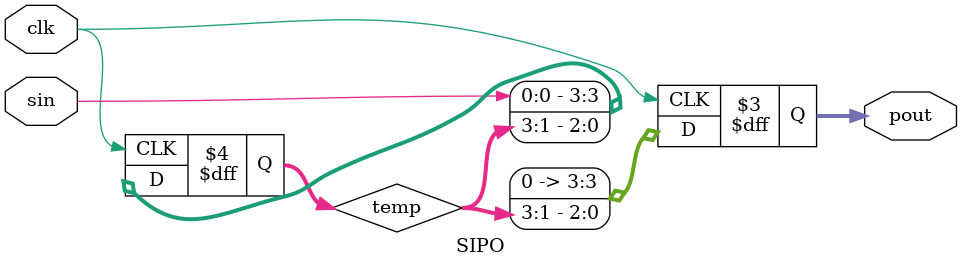
<source format=v>
`timescale 1ns / 1ps

module SIPO(input sin,clk,output reg [3:0]pout);
reg [3:0]temp;

always @(posedge clk) begin
temp = temp >> 1 ;
temp[3] <= sin;
pout = temp;
end
endmodule

</source>
